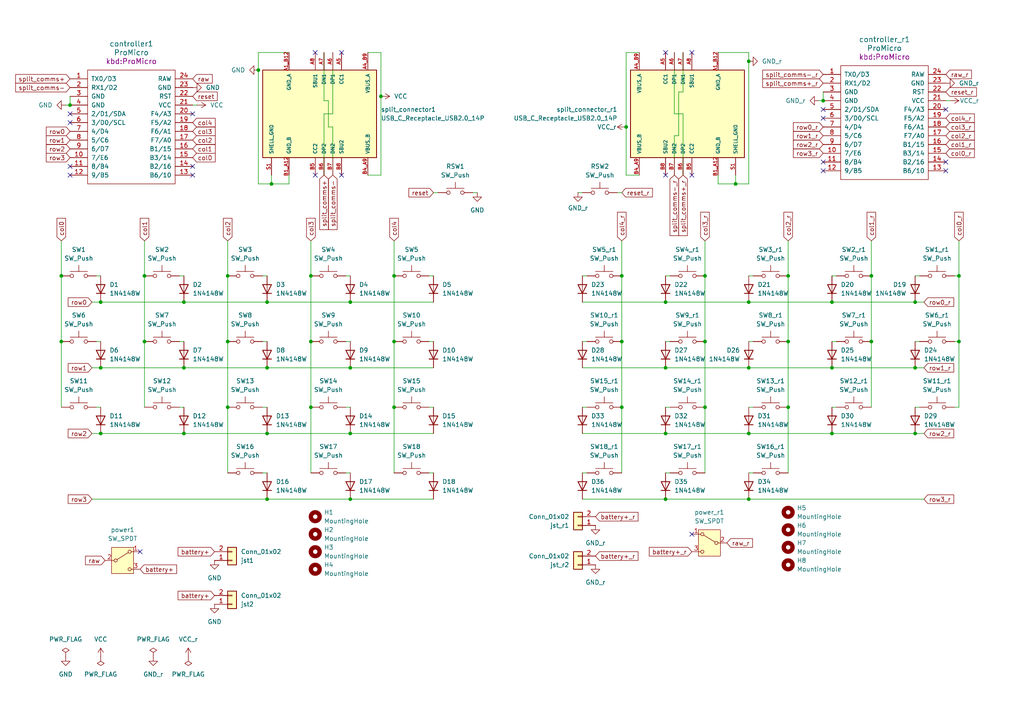
<source format=kicad_sch>
(kicad_sch (version 20250114) (generator "eeschema") (generator_version "9.0")
  (paper "A4")
  (junction (at 20.32 30.48))
  (junction (at 217.17 144.78))
  (junction (at 217.17 87.63))
  (junction (at 193.04 125.73))
  (junction (at 252.73 80.01))
  (junction (at 180.34 80.01))
  (junction (at 193.04 144.78))
  (junction (at 78.74 53.34))
  (junction (at 278.13 99.06))
  (junction (at 265.43 125.73))
  (junction (at 217.17 17.78))
  (junction (at 77.47 106.68))
  (junction (at 241.3 87.63))
  (junction (at 53.34 125.73))
  (junction (at 204.47 118.11))
  (junction (at 114.3 80.01))
  (junction (at 90.17 118.11))
  (junction (at 101.6 144.78))
  (junction (at 29.21 106.68))
  (junction (at 110.49 27.94))
  (junction (at 77.47 87.63))
  (junction (at 278.13 80.01))
  (junction (at 74.93 20.32))
  (junction (at 41.91 99.06))
  (junction (at 66.04 118.11))
  (junction (at 193.04 87.63))
  (junction (at 241.3 106.68))
  (junction (at 180.34 99.06))
  (junction (at 204.47 80.01))
  (junction (at 228.6 99.06))
  (junction (at 193.04 106.68))
  (junction (at 17.78 99.06))
  (junction (at 41.91 80.01))
  (junction (at 29.21 125.73))
  (junction (at 180.34 118.11))
  (junction (at 66.04 99.06))
  (junction (at 217.17 106.68))
  (junction (at 101.6 106.68))
  (junction (at 77.47 144.78))
  (junction (at 77.47 125.73))
  (junction (at 252.73 99.06))
  (junction (at 241.3 125.73))
  (junction (at 101.6 87.63))
  (junction (at 228.6 80.01))
  (junction (at 17.78 80.01))
  (junction (at 114.3 118.11))
  (junction (at 228.6 118.11))
  (junction (at 90.17 99.06))
  (junction (at 90.17 80.01))
  (junction (at 181.61 36.83))
  (junction (at 101.6 125.73))
  (junction (at 53.34 87.63))
  (junction (at 204.47 99.06))
  (junction (at 217.17 125.73))
  (junction (at 66.04 80.01))
  (junction (at 213.36 53.34))
  (junction (at 265.43 87.63))
  (junction (at 53.34 106.68))
  (junction (at 114.3 99.06))
  (junction (at 29.21 87.63))
  (junction (at 238.76 29.21))
  (junction (at 265.43 106.68))
  (no_connect (at 91.44 15.24))
  (no_connect (at 99.06 15.24))
  (no_connect (at 20.32 33.02))
  (no_connect (at 193.04 15.24))
  (no_connect (at 238.76 31.75))
  (no_connect (at 193.04 50.8))
  (no_connect (at 274.32 31.75))
  (no_connect (at 238.76 49.53))
  (no_connect (at 200.66 15.24))
  (no_connect (at 274.32 49.53))
  (no_connect (at 55.88 33.02))
  (no_connect (at 20.32 50.8))
  (no_connect (at 55.88 48.26))
  (no_connect (at 238.76 34.29))
  (no_connect (at 40.64 160.02))
  (no_connect (at 200.66 154.94))
  (no_connect (at 274.32 46.99))
  (no_connect (at 91.44 50.8))
  (no_connect (at 200.66 50.8))
  (no_connect (at 99.06 50.8))
  (no_connect (at 20.32 35.56))
  (no_connect (at 238.76 46.99))
  (no_connect (at 55.88 50.8))
  (no_connect (at 20.32 48.26))
  (wire (pts (xy 125.73 118.11) (xy 124.46 118.11)))
  (wire (pts (xy 66.04 80.01) (xy 66.04 99.06)))
  (wire (pts (xy 41.91 80.01) (xy 41.91 99.06)))
  (wire (pts (xy 96.52 36.83) (xy 95.25 36.83)))
  (wire (pts (xy 125.73 137.16) (xy 124.46 137.16)))
  (wire (pts (xy 196.85 39.37) (xy 195.58 39.37)))
  (wire (pts (xy 77.47 106.68) (xy 101.6 106.68)))
  (wire (pts (xy 217.17 106.68) (xy 193.04 106.68)))
  (wire (pts (xy 193.04 144.78) (xy 168.91 144.78)))
  (wire (pts (xy 180.34 99.06) (xy 180.34 118.11)))
  (wire (pts (xy 265.43 118.11) (xy 266.7 118.11)))
  (wire (pts (xy 125.73 99.06) (xy 124.46 99.06)))
  (wire (pts (xy 180.34 55.88) (xy 179.07 55.88)))
  (wire (pts (xy 95.25 36.83) (xy 95.25 29.21)))
  (wire (pts (xy 101.6 87.63) (xy 125.73 87.63)))
  (wire (pts (xy 90.17 80.01) (xy 90.17 99.06)))
  (wire (pts (xy 195.58 39.37) (xy 195.58 50.8)))
  (wire (pts (xy 53.34 87.63) (xy 77.47 87.63)))
  (wire (pts (xy 265.43 87.63) (xy 241.3 87.63)))
  (wire (pts (xy 168.91 118.11) (xy 170.18 118.11)))
  (wire (pts (xy 77.47 99.06) (xy 76.2 99.06)))
  (wire (pts (xy 278.13 99.06) (xy 276.86 99.06)))
  (wire (pts (xy 252.73 69.85) (xy 252.73 80.01)))
  (wire (pts (xy 275.59 29.21) (xy 274.32 29.21)))
  (wire (pts (xy 195.58 15.24) (xy 195.58 33.02)))
  (wire (pts (xy 193.04 99.06) (xy 194.31 99.06)))
  (wire (pts (xy 196.85 26.67) (xy 196.85 39.37)))
  (wire (pts (xy 101.6 118.11) (xy 100.33 118.11)))
  (wire (pts (xy 29.21 118.11) (xy 27.94 118.11)))
  (wire (pts (xy 198.12 26.67) (xy 196.85 26.67)))
  (wire (pts (xy 167.64 55.88) (xy 168.91 55.88)))
  (wire (pts (xy 180.34 118.11) (xy 180.34 137.16)))
  (wire (pts (xy 267.97 144.78) (xy 217.17 144.78)))
  (wire (pts (xy 57.15 30.48) (xy 55.88 30.48)))
  (wire (pts (xy 278.13 80.01) (xy 278.13 99.06)))
  (wire (pts (xy 74.93 15.24) (xy 83.82 15.24)))
  (wire (pts (xy 29.21 106.68) (xy 53.34 106.68)))
  (wire (pts (xy 278.13 69.85) (xy 278.13 80.01)))
  (wire (pts (xy 217.17 15.24) (xy 217.17 17.78)))
  (wire (pts (xy 168.91 80.01) (xy 170.18 80.01)))
  (wire (pts (xy 217.17 99.06) (xy 218.44 99.06)))
  (wire (pts (xy 110.49 15.24) (xy 106.68 15.24)))
  (wire (pts (xy 29.21 125.73) (xy 53.34 125.73)))
  (wire (pts (xy 204.47 69.85) (xy 204.47 80.01)))
  (wire (pts (xy 90.17 99.06) (xy 90.17 118.11)))
  (wire (pts (xy 53.34 80.01) (xy 52.07 80.01)))
  (wire (pts (xy 278.13 80.01) (xy 276.86 80.01)))
  (wire (pts (xy 125.73 55.88) (xy 127 55.88)))
  (wire (pts (xy 278.13 99.06) (xy 278.13 118.11)))
  (wire (pts (xy 26.67 144.78) (xy 77.47 144.78)))
  (wire (pts (xy 267.97 87.63) (xy 265.43 87.63)))
  (wire (pts (xy 93.98 33.02) (xy 96.52 33.02)))
  (wire (pts (xy 208.28 53.34) (xy 208.28 50.8)))
  (wire (pts (xy 77.47 137.16) (xy 76.2 137.16)))
  (wire (pts (xy 29.21 87.63) (xy 53.34 87.63)))
  (wire (pts (xy 19.05 30.48) (xy 20.32 30.48)))
  (wire (pts (xy 41.91 69.85) (xy 41.91 80.01)))
  (wire (pts (xy 193.04 137.16) (xy 194.31 137.16)))
  (wire (pts (xy 101.6 137.16) (xy 100.33 137.16)))
  (wire (pts (xy 217.17 125.73) (xy 193.04 125.73)))
  (wire (pts (xy 29.21 99.06) (xy 27.94 99.06)))
  (wire (pts (xy 278.13 118.11) (xy 276.86 118.11)))
  (wire (pts (xy 265.43 106.68) (xy 241.3 106.68)))
  (wire (pts (xy 53.34 125.73) (xy 77.47 125.73)))
  (wire (pts (xy 66.04 99.06) (xy 66.04 118.11)))
  (wire (pts (xy 168.91 99.06) (xy 170.18 99.06)))
  (wire (pts (xy 101.6 144.78) (xy 125.73 144.78)))
  (wire (pts (xy 193.04 87.63) (xy 168.91 87.63)))
  (wire (pts (xy 66.04 69.85) (xy 66.04 80.01)))
  (wire (pts (xy 74.93 20.32) (xy 74.93 53.34)))
  (wire (pts (xy 204.47 80.01) (xy 204.47 99.06)))
  (wire (pts (xy 53.34 118.11) (xy 52.07 118.11)))
  (wire (pts (xy 77.47 144.78) (xy 101.6 144.78)))
  (wire (pts (xy 41.91 99.06) (xy 41.91 118.11)))
  (wire (pts (xy 181.61 15.24) (xy 185.42 15.24)))
  (wire (pts (xy 74.93 53.34) (xy 78.74 53.34)))
  (wire (pts (xy 53.34 99.06) (xy 52.07 99.06)))
  (wire (pts (xy 114.3 80.01) (xy 114.3 99.06)))
  (wire (pts (xy 241.3 118.11) (xy 242.57 118.11)))
  (wire (pts (xy 90.17 118.11) (xy 90.17 137.16)))
  (wire (pts (xy 241.3 125.73) (xy 217.17 125.73)))
  (wire (pts (xy 96.52 50.8) (xy 96.52 36.83)))
  (wire (pts (xy 198.12 33.02) (xy 195.58 33.02)))
  (wire (pts (xy 252.73 99.06) (xy 252.73 118.11)))
  (wire (pts (xy 77.47 125.73) (xy 101.6 125.73)))
  (wire (pts (xy 198.12 15.24) (xy 198.12 26.67)))
  (wire (pts (xy 78.74 50.8) (xy 78.74 53.34)))
  (wire (pts (xy 181.61 50.8) (xy 185.42 50.8)))
  (wire (pts (xy 217.17 137.16) (xy 218.44 137.16)))
  (wire (pts (xy 77.47 87.63) (xy 101.6 87.63)))
  (wire (pts (xy 66.04 118.11) (xy 66.04 137.16)))
  (wire (pts (xy 26.67 125.73) (xy 29.21 125.73)))
  (wire (pts (xy 267.97 106.68) (xy 265.43 106.68)))
  (wire (pts (xy 228.6 99.06) (xy 228.6 118.11)))
  (wire (pts (xy 74.93 15.24) (xy 74.93 20.32)))
  (wire (pts (xy 241.3 106.68) (xy 217.17 106.68)))
  (wire (pts (xy 238.76 26.67) (xy 238.76 29.21)))
  (wire (pts (xy 78.74 53.34) (xy 83.82 53.34)))
  (wire (pts (xy 217.17 144.78) (xy 193.04 144.78)))
  (wire (pts (xy 252.73 80.01) (xy 252.73 99.06)))
  (wire (pts (xy 96.52 15.24) (xy 96.52 33.02)))
  (wire (pts (xy 228.6 69.85) (xy 228.6 80.01)))
  (wire (pts (xy 17.78 99.06) (xy 17.78 118.11)))
  (wire (pts (xy 168.91 137.16) (xy 170.18 137.16)))
  (wire (pts (xy 208.28 53.34) (xy 213.36 53.34)))
  (wire (pts (xy 265.43 125.73) (xy 241.3 125.73)))
  (wire (pts (xy 193.04 118.11) (xy 194.31 118.11)))
  (wire (pts (xy 193.04 80.01) (xy 194.31 80.01)))
  (wire (pts (xy 213.36 53.34) (xy 217.17 53.34)))
  (wire (pts (xy 20.32 27.94) (xy 20.32 30.48)))
  (wire (pts (xy 217.17 15.24) (xy 208.28 15.24)))
  (wire (pts (xy 181.61 15.24) (xy 181.61 36.83)))
  (wire (pts (xy 125.73 80.01) (xy 124.46 80.01)))
  (wire (pts (xy 213.36 50.8) (xy 213.36 53.34)))
  (wire (pts (xy 110.49 15.24) (xy 110.49 27.94)))
  (wire (pts (xy 101.6 99.06) (xy 100.33 99.06)))
  (wire (pts (xy 26.67 106.68) (xy 29.21 106.68)))
  (wire (pts (xy 95.25 29.21) (xy 93.98 29.21)))
  (wire (pts (xy 114.3 69.85) (xy 114.3 80.01)))
  (wire (pts (xy 193.04 125.73) (xy 168.91 125.73)))
  (wire (pts (xy 101.6 125.73) (xy 125.73 125.73)))
  (wire (pts (xy 110.49 27.94) (xy 110.49 50.8)))
  (wire (pts (xy 17.78 69.85) (xy 17.78 80.01)))
  (wire (pts (xy 267.97 125.73) (xy 265.43 125.73)))
  (wire (pts (xy 17.78 80.01) (xy 17.78 99.06)))
  (wire (pts (xy 29.21 80.01) (xy 27.94 80.01)))
  (wire (pts (xy 180.34 69.85) (xy 180.34 80.01)))
  (wire (pts (xy 180.34 80.01) (xy 180.34 99.06)))
  (wire (pts (xy 241.3 87.63) (xy 217.17 87.63)))
  (wire (pts (xy 77.47 80.01) (xy 76.2 80.01)))
  (wire (pts (xy 198.12 50.8) (xy 198.12 33.02)))
  (wire (pts (xy 204.47 118.11) (xy 204.47 137.16)))
  (wire (pts (xy 93.98 15.24) (xy 93.98 29.21)))
  (wire (pts (xy 181.61 36.83) (xy 181.61 50.8)))
  (wire (pts (xy 53.34 106.68) (xy 77.47 106.68)))
  (wire (pts (xy 26.67 87.63) (xy 29.21 87.63)))
  (wire (pts (xy 101.6 80.01) (xy 100.33 80.01)))
  (wire (pts (xy 217.17 80.01) (xy 218.44 80.01)))
  (wire (pts (xy 77.47 118.11) (xy 76.2 118.11)))
  (wire (pts (xy 110.49 50.8) (xy 106.68 50.8)))
  (wire (pts (xy 228.6 80.01) (xy 228.6 99.06)))
  (wire (pts (xy 217.17 17.78) (xy 217.17 53.34)))
  (wire (pts (xy 217.17 118.11) (xy 218.44 118.11)))
  (wire (pts (xy 265.43 99.06) (xy 266.7 99.06)))
  (wire (pts (xy 265.43 80.01) (xy 266.7 80.01)))
  (wire (pts (xy 93.98 50.8) (xy 93.98 33.02)))
  (wire (pts (xy 204.47 99.06) (xy 204.47 118.11)))
  (wire (pts (xy 101.6 106.68) (xy 125.73 106.68)))
  (wire (pts (xy 114.3 99.06) (xy 114.3 118.11)))
  (wire (pts (xy 193.04 106.68) (xy 168.91 106.68)))
  (wire (pts (xy 114.3 118.11) (xy 114.3 137.16)))
  (wire (pts (xy 228.6 118.11) (xy 228.6 137.16)))
  (wire (pts (xy 237.49 29.21) (xy 238.76 29.21)))
  (wire (pts (xy 83.82 53.34) (xy 83.82 50.8)))
  (wire (pts (xy 241.3 80.01) (xy 242.57 80.01)))
  (wire (pts (xy 217.17 87.63) (xy 193.04 87.63)))
  (wire (pts (xy 138.43 55.88) (xy 137.16 55.88)))
  (wire (pts (xy 90.17 69.85) (xy 90.17 80.01)))
  (wire (pts (xy 241.3 99.06) (xy 242.57 99.06)))
  (global_label "row0_r" (shape input) (at 238.76 36.83 180) (property "Intersheetrefs" "${INTERSHEET_REFS}" (effects (hide yes))))
  (global_label "reset_r" (shape input) (at 180.34 55.88 0) (property "Intersheetrefs" "${INTERSHEET_REFS}" (effects (hide yes))))
  (global_label "col2" (shape input) (at 55.88 40.64 0) (property "Intersheetrefs" "${INTERSHEET_REFS}" (effects (hide yes))))
  (global_label "col0" (shape input) (at 55.88 45.72 0) (property "Intersheetrefs" "${INTERSHEET_REFS}" (effects (hide yes))))
  (global_label "col1" (shape input) (at 41.91 69.85 90) (property "Intersheetrefs" "${INTERSHEET_REFS}" (effects (hide yes))))
  (global_label "split_comms-" (shape input) (at 96.52 50.8 270) (property "Intersheetrefs" "${INTERSHEET_REFS}" (effects (hide yes))))
  (global_label "col3" (shape input) (at 55.88 38.1 0) (property "Intersheetrefs" "${INTERSHEET_REFS}" (effects (hide yes))))
  (global_label "col0_r" (shape input) (at 278.13 69.85 90) (property "Intersheetrefs" "${INTERSHEET_REFS}" (effects (hide yes))))
  (global_label "battery+_r" (shape input) (at 172.72 149.86 0) (property "Intersheetrefs" "${INTERSHEET_REFS}" (effects (hide yes))))
  (global_label "row3_r" (shape input) (at 238.76 44.45 180) (property "Intersheetrefs" "${INTERSHEET_REFS}" (effects (hide yes))))
  (global_label "raw" (shape input) (at 30.48 162.56 180) (property "Intersheetrefs" "${INTERSHEET_REFS}" (effects (hide yes))))
  (global_label "split_comms+" (shape input) (at 20.32 22.86 180) (property "Intersheetrefs" "${INTERSHEET_REFS}" (effects (hide yes))))
  (global_label "row1_r" (shape input) (at 238.76 39.37 180) (property "Intersheetrefs" "${INTERSHEET_REFS}" (effects (hide yes))))
  (global_label "col0" (shape input) (at 17.78 69.85 90) (property "Intersheetrefs" "${INTERSHEET_REFS}" (effects (hide yes))))
  (global_label "col2_r" (shape input) (at 274.32 39.37 0) (property "Intersheetrefs" "${INTERSHEET_REFS}" (effects (hide yes))))
  (global_label "col2_r" (shape input) (at 228.6 69.85 90) (property "Intersheetrefs" "${INTERSHEET_REFS}" (effects (hide yes))))
  (global_label "battery+_r" (shape input) (at 172.72 161.29 0) (property "Intersheetrefs" "${INTERSHEET_REFS}" (effects (hide yes))))
  (global_label "col3_r" (shape input) (at 204.47 69.85 90) (property "Intersheetrefs" "${INTERSHEET_REFS}" (effects (hide yes))))
  (global_label "split_comms+_r" (shape input) (at 238.76 24.13 180) (property "Intersheetrefs" "${INTERSHEET_REFS}" (effects (hide yes))))
  (global_label "row0" (shape input) (at 20.32 38.1 180) (property "Intersheetrefs" "${INTERSHEET_REFS}" (effects (hide yes))))
  (global_label "col4" (shape input) (at 114.3 69.85 90) (property "Intersheetrefs" "${INTERSHEET_REFS}" (effects (hide yes))))
  (global_label "row2" (shape input) (at 26.67 125.73 180) (property "Intersheetrefs" "${INTERSHEET_REFS}" (effects (hide yes))))
  (global_label "row3_r" (shape input) (at 267.97 144.78 0) (property "Intersheetrefs" "${INTERSHEET_REFS}" (effects (hide yes))))
  (global_label "reset" (shape input) (at 55.88 27.94 0) (property "Intersheetrefs" "${INTERSHEET_REFS}" (effects (hide yes))))
  (global_label "reset_r" (shape input) (at 274.32 26.67 0) (property "Intersheetrefs" "${INTERSHEET_REFS}" (effects (hide yes))))
  (global_label "row0" (shape input) (at 26.67 87.63 180) (property "Intersheetrefs" "${INTERSHEET_REFS}" (effects (hide yes))))
  (global_label "col1" (shape input) (at 55.88 43.18 0) (property "Intersheetrefs" "${INTERSHEET_REFS}" (effects (hide yes))))
  (global_label "battery+_r" (shape input) (at 200.66 160.02 180) (property "Intersheetrefs" "${INTERSHEET_REFS}" (effects (hide yes))))
  (global_label "row2_r" (shape input) (at 267.97 125.73 0) (property "Intersheetrefs" "${INTERSHEET_REFS}" (effects (hide yes))))
  (global_label "raw_r" (shape input) (at 210.82 157.48 0) (property "Intersheetrefs" "${INTERSHEET_REFS}" (effects (hide yes))))
  (global_label "col0_r" (shape input) (at 274.32 44.45 0) (property "Intersheetrefs" "${INTERSHEET_REFS}" (effects (hide yes))))
  (global_label "split_comms+" (shape input) (at 93.98 50.8 270) (property "Intersheetrefs" "${INTERSHEET_REFS}" (effects (hide yes))))
  (global_label "row2_r" (shape input) (at 238.76 41.91 180) (property "Intersheetrefs" "${INTERSHEET_REFS}" (effects (hide yes))))
  (global_label "split_comms-" (shape input) (at 20.32 25.4 180) (property "Intersheetrefs" "${INTERSHEET_REFS}" (effects (hide yes))))
  (global_label "col2" (shape input) (at 66.04 69.85 90) (property "Intersheetrefs" "${INTERSHEET_REFS}" (effects (hide yes))))
  (global_label "row3" (shape input) (at 20.32 45.72 180) (property "Intersheetrefs" "${INTERSHEET_REFS}" (effects (hide yes))))
  (global_label "col4_r" (shape input) (at 180.34 69.85 90) (property "Intersheetrefs" "${INTERSHEET_REFS}" (effects (hide yes))))
  (global_label "col3" (shape input) (at 90.17 69.85 90) (property "Intersheetrefs" "${INTERSHEET_REFS}" (effects (hide yes))))
  (global_label "col1_r" (shape input) (at 274.32 41.91 0) (property "Intersheetrefs" "${INTERSHEET_REFS}" (effects (hide yes))))
  (global_label "split_comms-_r" (shape input) (at 195.58 50.8 270) (property "Intersheetrefs" "${INTERSHEET_REFS}" (effects (hide yes))))
  (global_label "battery+" (shape input) (at 62.23 172.72 180) (property "Intersheetrefs" "${INTERSHEET_REFS}" (effects (hide yes))))
  (global_label "split_comms-_r" (shape input) (at 238.76 21.59 180) (property "Intersheetrefs" "${INTERSHEET_REFS}" (effects (hide yes))))
  (global_label "row1_r" (shape input) (at 267.97 106.68 0) (property "Intersheetrefs" "${INTERSHEET_REFS}" (effects (hide yes))))
  (global_label "row2" (shape input) (at 20.32 43.18 180) (property "Intersheetrefs" "${INTERSHEET_REFS}" (effects (hide yes))))
  (global_label "reset" (shape input) (at 125.73 55.88 180) (property "Intersheetrefs" "${INTERSHEET_REFS}" (effects (hide yes))))
  (global_label "raw" (shape input) (at 55.88 22.86 0) (property "Intersheetrefs" "${INTERSHEET_REFS}" (effects (hide yes))))
  (global_label "col4_r" (shape input) (at 274.32 34.29 0) (property "Intersheetrefs" "${INTERSHEET_REFS}" (effects (hide yes))))
  (global_label "battery+" (shape input) (at 40.64 165.1 0) (property "Intersheetrefs" "${INTERSHEET_REFS}" (effects (hide yes))))
  (global_label "split_comms+_r" (shape input) (at 198.12 50.8 270) (property "Intersheetrefs" "${INTERSHEET_REFS}" (effects (hide yes))))
  (global_label "col4" (shape input) (at 55.88 35.56 0) (property "Intersheetrefs" "${INTERSHEET_REFS}" (effects (hide yes))))
  (global_label "raw_r" (shape input) (at 274.32 21.59 0) (property "Intersheetrefs" "${INTERSHEET_REFS}" (effects (hide yes))))
  (global_label "battery+" (shape input) (at 62.23 160.02 180) (property "Intersheetrefs" "${INTERSHEET_REFS}" (effects (hide yes))))
  (global_label "row1" (shape input) (at 26.67 106.68 180) (property "Intersheetrefs" "${INTERSHEET_REFS}" (effects (hide yes))))
  (global_label "col1_r" (shape input) (at 252.73 69.85 90) (property "Intersheetrefs" "${INTERSHEET_REFS}" (effects (hide yes))))
  (global_label "row3" (shape input) (at 26.67 144.78 180) (property "Intersheetrefs" "${INTERSHEET_REFS}" (effects (hide yes))))
  (global_label "row0_r" (shape input) (at 267.97 87.63 0) (property "Intersheetrefs" "${INTERSHEET_REFS}" (effects (hide yes))))
  (global_label "row1" (shape input) (at 20.32 40.64 180) (property "Intersheetrefs" "${INTERSHEET_REFS}" (effects (hide yes))))
  (global_label "col3_r" (shape input) (at 274.32 36.83 0) (property "Intersheetrefs" "${INTERSHEET_REFS}" (effects (hide yes))))
  (symbol (lib_id "Switch:SW_Push") (at 95.25 99.06 0) (unit 1)
    (property "Reference" "SW9" (at 95.25 91.44 0))
    (property "Value" "SW_Push" (at 95.25 93.98 0))
    (property "Footprint" "Gateron_KS33_Hotswap:Gateron-KS33-Hotswap-1U" (effects (hide yes)))
    (property "Description" "Push button switch, generic, two pins" (effects (hide yes)))
  )
  (symbol (lib_id "Switch:SW_Push") (at 22.86 99.06 0) (unit 1)
    (property "Reference" "SW6" (at 22.86 91.44 0))
    (property "Value" "SW_Push" (at 22.86 93.98 0))
    (property "Footprint" "Gateron_KS33_Hotswap:Gateron-KS33-Hotswap-1U" (effects (hide yes)))
    (property "Description" "Push button switch, generic, two pins" (effects (hide yes)))
  )
  (symbol (lib_id "Switch:SW_Push") (at 271.78 118.11 0) (mirror y) (unit 1)
    (property "Reference" "SW11_r1" (at 271.78 110.49 0))
    (property "Value" "SW_Push" (at 271.78 113.03 0))
    (property "Footprint" "Gateron_KS33_Hotswap:Gateron-KS33-Hotswap-1U" (effects (hide yes)))
    (property "Description" "Push button switch, generic, two pins" (effects (hide yes)))
  )
  (symbol (lib_id "power:GND") (at 44.45 190.5 0) (unit 1)
    (property "Reference" "#PWR03" (effects (hide yes)))
    (property "Value" "GND_r" (at 44.45 195.58 0))
    (property "Description" "Power symbol creates a global label with name \"GND\" , ground" (effects (hide yes)))
  )
  (symbol (lib_id "Switch:SW_Push") (at 46.99 99.06 0) (unit 1)
    (property "Reference" "SW7" (at 46.99 91.44 0))
    (property "Value" "SW_Push" (at 46.99 93.98 0))
    (property "Footprint" "Gateron_KS33_Hotswap:Gateron-KS33-Hotswap-1U" (effects (hide yes)))
    (property "Description" "Push button switch, generic, two pins" (effects (hide yes)))
  )
  (symbol (lib_id "Connector_Generic:Conn_01x02") (at 167.64 152.4 180) (unit 1)
    (property "Reference" "jst_r1" (at 165.1 152.4001 0) (effects (justify left)))
    (property "Value" "Conn_01x02" (at 165.1 149.8601 0) (effects (justify left)))
    (property "Footprint" "jak:2-pin-jst" (effects (hide yes)))
    (property "Description" "Generic connector, single row, 01x02, script generated (kicad-library-utils/schlib/autogen/connector/)" (effects (hide yes)))
  )
  (symbol (lib_id "Diode:1N4148W") (at 77.47 140.97 90) (unit 1)
    (property "Reference" "D16" (at 80.01 139.6999 90) (effects (justify right)))
    (property "Value" "1N4148W" (at 80.01 142.2399 90) (effects (justify right)))
    (property "Footprint" "Diode_SMD:D_SOD-123" (effects (hide yes)))
    (property "Datasheet" "https://www.vishay.com/docs/85748/1n4148w.pdf" (effects (hide yes)))
    (property "Description" "75V 0.15A Fast Switching Diode, SOD-123" (effects (hide yes)))
    (property "Sim.Device" "D" (effects (hide yes)))
    (property "Sim.Pins" "1=K 2=A" (effects (hide yes)))
  )
  (symbol (lib_id "power:GND") (at 62.23 162.56 0) (unit 1)
    (property "Reference" "#PWR015" (effects (hide yes)))
    (property "Value" "GND" (at 62.23 167.64 0))
    (property "Description" "Power symbol creates a global label with name \"GND\" , ground" (effects (hide yes)))
  )
  (symbol (lib_id "power:PWR_FLAG") (at 29.21 190.5 180) (unit 1)
    (property "Reference" "#FLG02" (effects (hide yes)))
    (property "Value" "PWR_FLAG" (at 29.21 195.58 0))
    (property "Description" "Special symbol for telling ERC where power comes from" (effects (hide yes)))
  )
  (symbol (lib_id "power:GND") (at 74.93 20.32 270) (mirror x) (unit 1)
    (property "Reference" "#PWR05" (effects (hide yes)))
    (property "Value" "GND" (at 71.12 20.3201 90) (effects (justify right)))
    (property "Description" "Power symbol creates a global label with name \"GND\" , ground" (effects (hide yes)))
  )
  (symbol (lib_id "Diode:1N4148W") (at 265.43 121.92 270) (mirror x) (unit 1)
    (property "Reference" "D29" (at 267.97 120.6499 90) (effects (justify left)))
    (property "Value" "1N4148W" (at 267.97 123.1899 90) (effects (justify left)))
    (property "Footprint" "Diode_SMD:D_SOD-123" (effects (hide yes)))
    (property "Datasheet" "https://www.vishay.com/docs/85748/1n4148w.pdf" (effects (hide yes)))
    (property "Description" "75V 0.15A Fast Switching Diode, SOD-123" (effects (hide yes)))
    (property "Sim.Device" "D" (effects (hide yes)))
    (property "Sim.Pins" "1=K 2=A" (effects (hide yes)))
  )
  (symbol (lib_id "Diode:1N4148W") (at 168.91 102.87 270) (mirror x) (unit 1)
    (property "Reference" "D28" (at 171.45 101.5999 90) (effects (justify left)))
    (property "Value" "1N4148W" (at 171.45 104.1399 90) (effects (justify left)))
    (property "Footprint" "Diode_SMD:D_SOD-123" (effects (hide yes)))
    (property "Datasheet" "https://www.vishay.com/docs/85748/1n4148w.pdf" (effects (hide yes)))
    (property "Description" "75V 0.15A Fast Switching Diode, SOD-123" (effects (hide yes)))
    (property "Sim.Device" "D" (effects (hide yes)))
    (property "Sim.Pins" "1=K 2=A" (effects (hide yes)))
  )
  (symbol (lib_id "power:GND") (at 19.05 30.48 270) (unit 1)
    (property "Reference" "#PWR012" (effects (hide yes)))
    (property "Value" "GND" (at 15.24 30.4799 90) (effects (justify right)))
    (property "Description" "Power symbol creates a global label with name \"GND\" , ground" (effects (hide yes)))
  )
  (symbol (lib_id "Switch:SW_Push") (at 199.39 137.16 0) (mirror y) (unit 1)
    (property "Reference" "SW17_r1" (at 199.39 129.54 0))
    (property "Value" "SW_Push" (at 199.39 132.08 0))
    (property "Footprint" "Gateron_KS33_Hotswap:Gateron-KS33-Hotswap-1U" (effects (hide yes)))
    (property "Description" "Push button switch, generic, two pins" (effects (hide yes)))
  )
  (symbol (lib_id "Diode:1N4148W") (at 125.73 102.87 90) (unit 1)
    (property "Reference" "D10" (at 128.27 101.5999 90) (effects (justify right)))
    (property "Value" "1N4148W" (at 128.27 104.1399 90) (effects (justify right)))
    (property "Footprint" "Diode_SMD:D_SOD-123" (effects (hide yes)))
    (property "Datasheet" "https://www.vishay.com/docs/85748/1n4148w.pdf" (effects (hide yes)))
    (property "Description" "75V 0.15A Fast Switching Diode, SOD-123" (effects (hide yes)))
    (property "Sim.Device" "D" (effects (hide yes)))
    (property "Sim.Pins" "1=K 2=A" (effects (hide yes)))
  )
  (symbol (lib_id "USB4505-03-0-A_REVA:USB4505-03-0-A_REVA") (at 93.98 33.02 270) (unit 1)
    (property "Reference" "split_connector1" (at 110.49 31.7499 90) (effects (justify left)))
    (property "Value" "USB_C_Receptacle_USB2.0_14P" (at 110.49 34.2899 90) (effects (justify left)))
    (property "Footprint" "USB4505-03-0-A_REVA:GCT_USB4505-03-0-A_REVA" (effects (hide yes)))
    (property "Datasheet" "https://www.usb.org/sites/default/files/documents/usb_type-c.zip" (effects (hide yes)))
    (property "Description" "USB 2.0-only 14P Type-C Receptacle connector" (effects (hide yes)))
    (property "MF" "Global Connector Technology" (effects (hide yes)))
    (property "MAXIMUM_PACKAGE_HEIGHT" "2.46mm" (effects (hide yes)))
    (property "Package" "None" (effects (hide yes)))
    (property "Price" "None" (effects (hide yes)))
    (property "Check_prices" "https://www.snapeda.com/parts/USB4505-03-0-A/Global+Connector+Technology/view-part/?ref=eda" (effects (hide yes)))
    (property "STANDARD" "Manufacturer Recommendations" (effects (hide yes)))
    (property "PARTREV" "A" (effects (hide yes)))
    (property "SnapEDA_Link" "https://www.snapeda.com/parts/USB4505-03-0-A/Global+Connector+Technology/view-part/?ref=snap" (effects (hide yes)))
    (property "MP" "USB4505-03-0-A" (effects (hide yes)))
    (property "Purchase-URL" "https://www.snapeda.com/api/url_track_click_mouser/?unipart_id=6577103&manufacturer=Global Connector Technology&part_name=USB4505-03-0-A&search_term=usb4505-03-0-a" (effects (hide yes)))
    (property "Description_1" "USB-C (USB TYPE-C) USB 2.0 Receptacle Connector 24 (16+8 Dummy) Position Board Edge, Cutout; Surface Mount; Through Hole, Right Angle" (effects (hide yes)))
    (property "Availability" "In Stock" (effects (hide yes)))
    (property "MANUFACTURER" "GCT" (effects (hide yes)))
  )
  (symbol (lib_id "Diode:1N4148W") (at 125.73 83.82 90) (unit 1)
    (property "Reference" "D5" (at 128.27 82.5499 90) (effects (justify right)))
    (property "Value" "1N4148W" (at 128.27 85.0899 90) (effects (justify right)))
    (property "Footprint" "Diode_SMD:D_SOD-123" (effects (hide yes)))
    (property "Datasheet" "https://www.vishay.com/docs/85748/1n4148w.pdf" (effects (hide yes)))
    (property "Description" "75V 0.15A Fast Switching Diode, SOD-123" (effects (hide yes)))
    (property "Sim.Device" "D" (effects (hide yes)))
    (property "Sim.Pins" "1=K 2=A" (effects (hide yes)))
  )
  (symbol (lib_id "Diode:1N4148W") (at 217.17 102.87 270) (mirror x) (unit 1)
    (property "Reference" "D26" (at 214.63 101.5999 90) (effects (justify right)))
    (property "Value" "1N4148W" (at 214.63 104.1399 90) (effects (justify right)))
    (property "Footprint" "Diode_SMD:D_SOD-123" (effects (hide yes)))
    (property "Datasheet" "https://www.vishay.com/docs/85748/1n4148w.pdf" (effects (hide yes)))
    (property "Description" "75V 0.15A Fast Switching Diode, SOD-123" (effects (hide yes)))
    (property "Sim.Device" "D" (effects (hide yes)))
    (property "Sim.Pins" "1=K 2=A" (effects (hide yes)))
  )
  (symbol (lib_id "Mechanical:MountingHole") (at 91.44 154.94 0) (unit 1) (in_bom no)
    (property "Reference" "H2" (at 93.98 153.6699 0) (effects (justify left)))
    (property "Value" "MountingHole" (at 93.98 156.2099 0) (effects (justify left)))
    (property "Footprint" "MountingHole:MountingHole_3.2mm_M3" (effects (hide yes)))
    (property "Description" "Mounting Hole without connection" (effects (hide yes)))
  )
  (symbol (lib_id "power:GND") (at 274.32 24.13 90) (mirror x) (unit 1)
    (property "Reference" "#PWR020" (effects (hide yes)))
    (property "Value" "GND_r" (at 278.13 24.1299 90) (effects (justify right)))
    (property "Description" "Power symbol creates a global label with name \"GND\" , ground" (effects (hide yes)))
  )
  (symbol (lib_id "Mechanical:MountingHole") (at 228.6 158.75 0) (unit 1) (in_bom no)
    (property "Reference" "H7" (at 231.14 157.4799 0) (effects (justify left)))
    (property "Value" "MountingHole" (at 231.14 160.0199 0) (effects (justify left)))
    (property "Footprint" "MountingHole:MountingHole_3.2mm_M3" (effects (hide yes)))
    (property "Description" "Mounting Hole without connection" (effects (hide yes)))
  )
  (symbol (lib_id "Switch:SW_Push") (at 247.65 80.01 0) (mirror y) (unit 1)
    (property "Reference" "SW2_r1" (at 247.65 72.39 0))
    (property "Value" "SW_Push" (at 247.65 74.93 0))
    (property "Footprint" "Gateron_KS33_Hotswap:Gateron-KS33-Hotswap-1U" (effects (hide yes)))
    (property "Description" "Push button switch, generic, two pins" (effects (hide yes)))
  )
  (symbol (lib_id "Diode:1N4148W") (at 29.21 121.92 90) (unit 1)
    (property "Reference" "D11" (at 31.75 120.6499 90) (effects (justify right)))
    (property "Value" "1N4148W" (at 31.75 123.1899 90) (effects (justify right)))
    (property "Footprint" "Diode_SMD:D_SOD-123" (effects (hide yes)))
    (property "Datasheet" "https://www.vishay.com/docs/85748/1n4148w.pdf" (effects (hide yes)))
    (property "Description" "75V 0.15A Fast Switching Diode, SOD-123" (effects (hide yes)))
    (property "Sim.Device" "D" (effects (hide yes)))
    (property "Sim.Pins" "1=K 2=A" (effects (hide yes)))
  )
  (symbol (lib_id "power:VCC") (at 57.15 30.48 270) (unit 1)
    (property "Reference" "#PWR011" (effects (hide yes)))
    (property "Value" "VCC" (at 60.96 30.4799 90) (effects (justify left)))
    (property "Description" "Power symbol creates a global label with name \"VCC\"" (effects (hide yes)))
  )
  (symbol (lib_id "Switch:SW_Push") (at 119.38 137.16 0) (unit 1)
    (property "Reference" "SW18" (at 119.38 129.54 0))
    (property "Value" "SW_Push" (at 119.38 132.08 0))
    (property "Footprint" "Gateron_KS33_Hotswap:Gateron-KS33-Hotswap-1U" (effects (hide yes)))
    (property "Description" "Push button switch, generic, two pins" (effects (hide yes)))
  )
  (symbol (lib_id "Switch:SW_Push") (at 22.86 118.11 0) (unit 1)
    (property "Reference" "SW11" (at 22.86 110.49 0))
    (property "Value" "SW_Push" (at 22.86 113.03 0))
    (property "Footprint" "Gateron_KS33_Hotswap:Gateron-KS33-Hotswap-1U" (effects (hide yes)))
    (property "Description" "Push button switch, generic, two pins" (effects (hide yes)))
  )
  (symbol (lib_id "power:GND") (at 138.43 55.88 0) (unit 1)
    (property "Reference" "#PWR07" (effects (hide yes)))
    (property "Value" "GND" (at 138.43 60.96 0))
    (property "Description" "Power symbol creates a global label with name \"GND\" , ground" (effects (hide yes)))
  )
  (symbol (lib_id "Diode:1N4148W") (at 193.04 83.82 270) (mirror x) (unit 1)
    (property "Reference" "D22" (at 195.58 82.5499 90) (effects (justify left)))
    (property "Value" "1N4148W" (at 195.58 85.0899 90) (effects (justify left)))
    (property "Footprint" "Diode_SMD:D_SOD-123" (effects (hide yes)))
    (property "Datasheet" "https://www.vishay.com/docs/85748/1n4148w.pdf" (effects (hide yes)))
    (property "Description" "75V 0.15A Fast Switching Diode, SOD-123" (effects (hide yes)))
    (property "Sim.Device" "D" (effects (hide yes)))
    (property "Sim.Pins" "1=K 2=A" (effects (hide yes)))
  )
  (symbol (lib_id "Switch:SW_Push") (at 132.08 55.88 0) (unit 1)
    (property "Reference" "RSW1" (at 132.08 48.26 0))
    (property "Value" "SW_Push" (at 132.08 50.8 0))
    (property "Footprint" "kbd:ResetSW" (effects (hide yes)))
    (property "Description" "Push button switch, generic, two pins" (effects (hide yes)))
  )
  (symbol (lib_id "Diode:1N4148W") (at 29.21 102.87 90) (unit 1)
    (property "Reference" "D6" (at 31.75 101.5999 90) (effects (justify right)))
    (property "Value" "1N4148W" (at 31.75 104.1399 90) (effects (justify right)))
    (property "Footprint" "Diode_SMD:D_SOD-123" (effects (hide yes)))
    (property "Datasheet" "https://www.vishay.com/docs/85748/1n4148w.pdf" (effects (hide yes)))
    (property "Description" "75V 0.15A Fast Switching Diode, SOD-123" (effects (hide yes)))
    (property "Sim.Device" "D" (effects (hide yes)))
    (property "Sim.Pins" "1=K 2=A" (effects (hide yes)))
  )
  (symbol (lib_id "Diode:1N4148W") (at 53.34 102.87 90) (unit 1)
    (property "Reference" "D7" (at 55.88 101.5999 90) (effects (justify right)))
    (property "Value" "1N4148W" (at 55.88 104.1399 90) (effects (justify right)))
    (property "Footprint" "Diode_SMD:D_SOD-123" (effects (hide yes)))
    (property "Datasheet" "https://www.vishay.com/docs/85748/1n4148w.pdf" (effects (hide yes)))
    (property "Description" "75V 0.15A Fast Switching Diode, SOD-123" (effects (hide yes)))
    (property "Sim.Device" "D" (effects (hide yes)))
    (property "Sim.Pins" "1=K 2=A" (effects (hide yes)))
  )
  (symbol (lib_id "Diode:1N4148W") (at 241.3 102.87 270) (mirror x) (unit 1)
    (property "Reference" "D25" (at 243.84 101.5999 90) (effects (justify left)))
    (property "Value" "1N4148W" (at 243.84 104.1399 90) (effects (justify left)))
    (property "Footprint" "Diode_SMD:D_SOD-123" (effects (hide yes)))
    (property "Datasheet" "https://www.vishay.com/docs/85748/1n4148w.pdf" (effects (hide yes)))
    (property "Description" "75V 0.15A Fast Switching Diode, SOD-123" (effects (hide yes)))
    (property "Sim.Device" "D" (effects (hide yes)))
    (property "Sim.Pins" "1=K 2=A" (effects (hide yes)))
  )
  (symbol (lib_id "Switch:SW_Push") (at 175.26 137.16 0) (mirror y) (unit 1)
    (property "Reference" "SW18_r1" (at 175.26 129.54 0))
    (property "Value" "SW_Push" (at 175.26 132.08 0))
    (property "Footprint" "Gateron_KS33_Hotswap:Gateron-KS33-Hotswap-1U" (effects (hide yes)))
    (property "Description" "Push button switch, generic, two pins" (effects (hide yes)))
  )
  (symbol (lib_id "Diode:1N4148W") (at 217.17 140.97 270) (mirror x) (unit 1)
    (property "Reference" "D34" (at 219.71 139.6999 90) (effects (justify left)))
    (property "Value" "1N4148W" (at 219.71 142.2399 90) (effects (justify left)))
    (property "Footprint" "Diode_SMD:D_SOD-123" (effects (hide yes)))
    (property "Datasheet" "https://www.vishay.com/docs/85748/1n4148w.pdf" (effects (hide yes)))
    (property "Description" "75V 0.15A Fast Switching Diode, SOD-123" (effects (hide yes)))
    (property "Sim.Device" "D" (effects (hide yes)))
    (property "Sim.Pins" "1=K 2=A" (effects (hide yes)))
  )
  (symbol (lib_id "power:PWR_FLAG") (at 44.45 190.5 0) (unit 1)
    (property "Reference" "#FLG03" (effects (hide yes)))
    (property "Value" "PWR_FLAG" (at 44.45 185.42 0))
    (property "Description" "Special symbol for telling ERC where power comes from" (effects (hide yes)))
  )
  (symbol (lib_id "power:VCC") (at 29.21 190.5 0) (unit 1)
    (property "Reference" "#PWR02" (effects (hide yes)))
    (property "Value" "VCC" (at 29.21 185.42 0))
    (property "Description" "Power symbol creates a global label with name \"VCC\"" (effects (hide yes)))
  )
  (symbol (lib_id "Diode:1N4148W") (at 217.17 121.92 270) (mirror x) (unit 1)
    (property "Reference" "D31" (at 219.71 120.6499 90) (effects (justify left)))
    (property "Value" "1N4148W" (at 219.71 123.1899 90) (effects (justify left)))
    (property "Footprint" "Diode_SMD:D_SOD-123" (effects (hide yes)))
    (property "Datasheet" "https://www.vishay.com/docs/85748/1n4148w.pdf" (effects (hide yes)))
    (property "Description" "75V 0.15A Fast Switching Diode, SOD-123" (effects (hide yes)))
    (property "Sim.Device" "D" (effects (hide yes)))
    (property "Sim.Pins" "1=K 2=A" (effects (hide yes)))
  )
  (symbol (lib_id "Switch:SW_Push") (at 173.99 55.88 0) (unit 1)
    (property "Reference" "RSW2" (at 173.99 48.26 0))
    (property "Value" "SW_Push" (at 173.99 50.8 0))
    (property "Footprint" "kbd:ResetSW" (effects (hide yes)))
    (property "Description" "Push button switch, generic, two pins" (effects (hide yes)))
  )
  (symbol (lib_id "Switch:SW_Push") (at 175.26 80.01 0) (mirror y) (unit 1)
    (property "Reference" "SW5_r1" (at 175.26 72.39 0))
    (property "Value" "SW_Push" (at 175.26 74.93 0))
    (property "Footprint" "Gateron_KS33_Hotswap:Gateron-KS33-Hotswap-1U" (effects (hide yes)))
    (property "Description" "Push button switch, generic, two pins" (effects (hide yes)))
  )
  (symbol (lib_id "Diode:1N4148W") (at 125.73 121.92 90) (unit 1)
    (property "Reference" "D15" (at 128.27 120.6499 90) (effects (justify right)))
    (property "Value" "1N4148W" (at 128.27 123.1899 90) (effects (justify right)))
    (property "Footprint" "Diode_SMD:D_SOD-123" (effects (hide yes)))
    (property "Datasheet" "https://www.vishay.com/docs/85748/1n4148w.pdf" (effects (hide yes)))
    (property "Description" "75V 0.15A Fast Switching Diode, SOD-123" (effects (hide yes)))
    (property "Sim.Device" "D" (effects (hide yes)))
    (property "Sim.Pins" "1=K 2=A" (effects (hide yes)))
  )
  (symbol (lib_id "power:GND") (at 167.64 55.88 0) (unit 1)
    (property "Reference" "#PWR08" (effects (hide yes)))
    (property "Value" "GND_r" (at 167.64 60.325 0))
    (property "Description" "Power symbol creates a global label with name \"GND\" , ground" (effects (hide yes)))
  )
  (symbol (lib_id "power:GND") (at 237.49 29.21 270) (unit 1)
    (property "Reference" "#PWR013" (effects (hide yes)))
    (property "Value" "GND_r" (at 233.68 29.2099 90) (effects (justify right)))
    (property "Description" "Power symbol creates a global label with name \"GND\" , ground" (effects (hide yes)))
  )
  (symbol (lib_id "Switch:SW_Push") (at 223.52 118.11 0) (mirror y) (unit 1)
    (property "Reference" "SW13_r1" (at 223.52 110.49 0))
    (property "Value" "SW_Push" (at 223.52 113.03 0))
    (property "Footprint" "Gateron_KS33_Hotswap:Gateron-KS33-Hotswap-1U" (effects (hide yes)))
    (property "Description" "Push button switch, generic, two pins" (effects (hide yes)))
  )
  (symbol (lib_id "power:GND") (at 172.72 163.83 0) (unit 1)
    (property "Reference" "#PWR017" (effects (hide yes)))
    (property "Value" "GND_r" (at 172.72 168.91 0))
    (property "Description" "Power symbol creates a global label with name \"GND\" , ground" (effects (hide yes)))
  )
  (symbol (lib_id "power:GND") (at 217.17 17.78 90) (unit 1)
    (property "Reference" "#PWR09" (effects (hide yes)))
    (property "Value" "GND_r" (at 220.98 17.7799 90) (effects (justify right)))
    (property "Description" "Power symbol creates a global label with name \"GND\" , ground" (effects (hide yes)))
  )
  (symbol (lib_id "Diode:1N4148W") (at 125.73 140.97 90) (unit 1)
    (property "Reference" "D18" (at 128.27 139.6999 90) (effects (justify right)))
    (property "Value" "1N4148W" (at 128.27 142.2399 90) (effects (justify right)))
    (property "Footprint" "Diode_SMD:D_SOD-123" (effects (hide yes)))
    (property "Datasheet" "https://www.vishay.com/docs/85748/1n4148w.pdf" (effects (hide yes)))
    (property "Description" "75V 0.15A Fast Switching Diode, SOD-123" (effects (hide yes)))
    (property "Sim.Device" "D" (effects (hide yes)))
    (property "Sim.Pins" "1=K 2=A" (effects (hide yes)))
  )
  (symbol (lib_id "power:VCC") (at 110.49 27.94 270) (unit 1)
    (property "Reference" "#PWR06" (effects (hide yes)))
    (property "Value" "VCC" (at 114.3 27.9399 90) (effects (justify left)))
    (property "Description" "Power symbol creates a global label with name \"VCC\"" (effects (hide yes)))
  )
  (symbol (lib_id "Diode:1N4148W") (at 168.91 83.82 270) (mirror x) (unit 1)
    (property "Reference" "D23" (at 171.45 82.5499 90) (effects (justify left)))
    (property "Value" "1N4148W" (at 171.45 85.0899 90) (effects (justify left)))
    (property "Footprint" "Diode_SMD:D_SOD-123" (effects (hide yes)))
    (property "Datasheet" "https://www.vishay.com/docs/85748/1n4148w.pdf" (effects (hide yes)))
    (property "Description" "75V 0.15A Fast Switching Diode, SOD-123" (effects (hide yes)))
    (property "Sim.Device" "D" (effects (hide yes)))
    (property "Sim.Pins" "1=K 2=A" (effects (hide yes)))
  )
  (symbol (lib_id "Diode:1N4148W") (at 101.6 140.97 90) (unit 1)
    (property "Reference" "D17" (at 104.14 139.6999 90) (effects (justify right)))
    (property "Value" "1N4148W" (at 104.14 142.2399 90) (effects (justify right)))
    (property "Footprint" "Diode_SMD:D_SOD-123" (effects (hide yes)))
    (property "Datasheet" "https://www.vishay.com/docs/85748/1n4148w.pdf" (effects (hide yes)))
    (property "Description" "75V 0.15A Fast Switching Diode, SOD-123" (effects (hide yes)))
    (property "Sim.Device" "D" (effects (hide yes)))
    (property "Sim.Pins" "1=K 2=A" (effects (hide yes)))
  )
  (symbol (lib_id "Diode:1N4148W") (at 168.91 140.97 270) (mirror x) (unit 1)
    (property "Reference" "D36" (at 171.45 139.6999 90) (effects (justify left)))
    (property "Value" "1N4148W" (at 171.45 142.2399 90) (effects (justify left)))
    (property "Footprint" "Diode_SMD:D_SOD-123" (effects (hide yes)))
    (property "Datasheet" "https://www.vishay.com/docs/85748/1n4148w.pdf" (effects (hide yes)))
    (property "Description" "75V 0.15A Fast Switching Diode, SOD-123" (effects (hide yes)))
    (property "Sim.Device" "D" (effects (hide yes)))
    (property "Sim.Pins" "1=K 2=A" (effects (hide yes)))
  )
  (symbol (lib_id "Switch:SW_Push") (at 95.25 118.11 0) (unit 1)
    (property "Reference" "SW14" (at 95.25 110.49 0))
    (property "Value" "SW_Push" (at 95.25 113.03 0))
    (property "Footprint" "Gateron_KS33_Hotswap:Gateron-KS33-Hotswap-1U" (effects (hide yes)))
    (property "Description" "Push button switch, generic, two pins" (effects (hide yes)))
  )
  (symbol (lib_id "Diode:1N4148W") (at 77.47 102.87 90) (unit 1)
    (property "Reference" "D8" (at 80.01 101.5999 90) (effects (justify right)))
    (property "Value" "1N4148W" (at 80.01 104.1399 90) (effects (justify right)))
    (property "Footprint" "Diode_SMD:D_SOD-123" (effects (hide yes)))
    (property "Datasheet" "https://www.vishay.com/docs/85748/1n4148w.pdf" (effects (hide yes)))
    (property "Description" "75V 0.15A Fast Switching Diode, SOD-123" (effects (hide yes)))
    (property "Sim.Device" "D" (effects (hide yes)))
    (property "Sim.Pins" "1=K 2=A" (effects (hide yes)))
  )
  (symbol (lib_id "Switch:SW_Push") (at 95.25 137.16 0) (unit 1)
    (property "Reference" "SW17" (at 95.25 129.54 0))
    (property "Value" "SW_Push" (at 95.25 132.08 0))
    (property "Footprint" "Gateron_KS33_Hotswap:Gateron-KS33-Hotswap-1U" (effects (hide yes)))
    (property "Description" "Push button switch, generic, two pins" (effects (hide yes)))
  )
  (symbol (lib_id "Switch:SW_Push") (at 223.52 99.06 0) (mirror y) (unit 1)
    (property "Reference" "SW8_r1" (at 223.52 91.44 0))
    (property "Value" "SW_Push" (at 223.52 93.98 0))
    (property "Footprint" "Gateron_KS33_Hotswap:Gateron-KS33-Hotswap-1U" (effects (hide yes)))
    (property "Description" "Push button switch, generic, two pins" (effects (hide yes)))
  )
  (symbol (lib_id "Switch:SW_Push") (at 199.39 118.11 0) (mirror y) (unit 1)
    (property "Reference" "SW14_r1" (at 199.39 110.49 0))
    (property "Value" "SW_Push" (at 199.39 113.03 0))
    (property "Footprint" "Gateron_KS33_Hotswap:Gateron-KS33-Hotswap-1U" (effects (hide yes)))
    (property "Description" "Push button switch, generic, two pins" (effects (hide yes)))
  )
  (symbol (lib_id "kbd:ProMicro") (at 38.1 36.83 0) (unit 1)
    (property "Reference" "controller1" (at 38.1 12.7 0) (effects (font (size 1.524 1.524))))
    (property "Value" "ProMicro" (at 38.1 15.24 0) (effects (font (size 1.524 1.524))))
    (property "Footprint" "kbd:ProMicro" (at 38.1 17.78 0) (effects (font (size 1.524 1.524))))
  )
  (symbol (lib_id "Switch:SW_Push") (at 71.12 118.11 0) (unit 1)
    (property "Reference" "SW13" (at 71.12 110.49 0))
    (property "Value" "SW_Push" (at 71.12 113.03 0))
    (property "Footprint" "Gateron_KS33_Hotswap:Gateron-KS33-Hotswap-1U" (effects (hide yes)))
    (property "Description" "Push button switch, generic, two pins" (effects (hide yes)))
  )
  (symbol (lib_id "Diode:1N4148W") (at 29.21 83.82 90) (unit 1)
    (property "Reference" "D1" (at 31.75 82.5499 90) (effects (justify right)))
    (property "Value" "1N4148W" (at 31.75 85.0899 90) (effects (justify right)))
    (property "Footprint" "Diode_SMD:D_SOD-123" (effects (hide yes)))
    (property "Datasheet" "https://www.vishay.com/docs/85748/1n4148w.pdf" (effects (hide yes)))
    (property "Description" "75V 0.15A Fast Switching Diode, SOD-123" (effects (hide yes)))
    (property "Sim.Device" "D" (effects (hide yes)))
    (property "Sim.Pins" "1=K 2=A" (effects (hide yes)))
  )
  (symbol (lib_id "Diode:1N4148W") (at 77.47 83.82 90) (unit 1)
    (property "Reference" "D3" (at 80.01 82.5499 90) (effects (justify right)))
    (property "Value" "1N4148W" (at 80.01 85.0899 90) (effects (justify right)))
    (property "Footprint" "Diode_SMD:D_SOD-123" (effects (hide yes)))
    (property "Datasheet" "https://www.vishay.com/docs/85748/1n4148w.pdf" (effects (hide yes)))
    (property "Description" "75V 0.15A Fast Switching Diode, SOD-123" (effects (hide yes)))
    (property "Sim.Device" "D" (effects (hide yes)))
    (property "Sim.Pins" "1=K 2=A" (effects (hide yes)))
  )
  (symbol (lib_id "Diode:1N4148W") (at 77.47 121.92 90) (unit 1)
    (property "Reference" "D13" (at 80.01 120.6499 90) (effects (justify right)))
    (property "Value" "1N4148W" (at 80.01 123.1899 90) (effects (justify right)))
    (property "Footprint" "Diode_SMD:D_SOD-123" (effects (hide yes)))
    (property "Datasheet" "https://www.vishay.com/docs/85748/1n4148w.pdf" (effects (hide yes)))
    (property "Description" "75V 0.15A Fast Switching Diode, SOD-123" (effects (hide yes)))
    (property "Sim.Device" "D" (effects (hide yes)))
    (property "Sim.Pins" "1=K 2=A" (effects (hide yes)))
  )
  (symbol (lib_id "Diode:1N4148W") (at 241.3 121.92 270) (mirror x) (unit 1)
    (property "Reference" "D30" (at 243.84 120.6499 90) (effects (justify left)))
    (property "Value" "1N4148W" (at 243.84 123.1899 90) (effects (justify left)))
    (property "Footprint" "Diode_SMD:D_SOD-123" (effects (hide yes)))
    (property "Datasheet" "https://www.vishay.com/docs/85748/1n4148w.pdf" (effects (hide yes)))
    (property "Description" "75V 0.15A Fast Switching Diode, SOD-123" (effects (hide yes)))
    (property "Sim.Device" "D" (effects (hide yes)))
    (property "Sim.Pins" "1=K 2=A" (effects (hide yes)))
  )
  (symbol (lib_id "Mechanical:MountingHole") (at 228.6 148.59 0) (unit 1) (in_bom no)
    (property "Reference" "H5" (at 231.14 147.3199 0) (effects (justify left)))
    (property "Value" "MountingHole" (at 231.14 149.8599 0) (effects (justify left)))
    (property "Footprint" "MountingHole:MountingHole_3.2mm_M3" (effects (hide yes)))
    (property "Description" "Mounting Hole without connection" (effects (hide yes)))
  )
  (symbol (lib_id "power:GND") (at 172.72 152.4 0) (unit 1)
    (property "Reference" "#PWR018" (effects (hide yes)))
    (property "Value" "GND_r" (at 172.72 157.48 0))
    (property "Description" "Power symbol creates a global label with name \"GND\" , ground" (effects (hide yes)))
  )
  (symbol (lib_id "Switch:SW_SPDT") (at 205.74 157.48 0) (mirror y) (unit 1)
    (property "Reference" "power_r1" (at 205.74 148.59 0))
    (property "Value" "SW_SPDT" (at 205.74 151.13 0))
    (property "Footprint" "Kicad-Footprints:SPDT_C128955" (effects (hide yes)))
    (property "Description" "Switch, single pole double throw" (effects (hide yes)))
  )
  (symbol (lib_id "Switch:SW_Push") (at 119.38 80.01 0) (unit 1)
    (property "Reference" "SW5" (at 119.38 72.39 0))
    (property "Value" "SW_Push" (at 119.38 74.93 0))
    (property "Footprint" "Gateron_KS33_Hotswap:Gateron-KS33-Hotswap-1U" (effects (hide yes)))
    (property "Description" "Push button switch, generic, two pins" (effects (hide yes)))
  )
  (symbol (lib_id "Diode:1N4148W") (at 101.6 83.82 90) (unit 1)
    (property "Reference" "D4" (at 104.14 82.5499 90) (effects (justify right)))
    (property "Value" "1N4148W" (at 104.14 85.0899 90) (effects (justify right)))
    (property "Footprint" "Diode_SMD:D_SOD-123" (effects (hide yes)))
    (property "Datasheet" "https://www.vishay.com/docs/85748/1n4148w.pdf" (effects (hide yes)))
    (property "Description" "75V 0.15A Fast Switching Diode, SOD-123" (effects (hide yes)))
    (property "Sim.Device" "D" (effects (hide yes)))
    (property "Sim.Pins" "1=K 2=A" (effects (hide yes)))
  )
  (symbol (lib_id "Diode:1N4148W") (at 265.43 102.87 270) (mirror x) (unit 1)
    (property "Reference" "D24" (at 267.97 101.5999 90) (effects (justify left)))
    (property "Value" "1N4148W" (at 267.97 104.1399 90) (effects (justify left)))
    (property "Footprint" "Diode_SMD:D_SOD-123" (effects (hide yes)))
    (property "Datasheet" "https://www.vishay.com/docs/85748/1n4148w.pdf" (effects (hide yes)))
    (property "Description" "75V 0.15A Fast Switching Diode, SOD-123" (effects (hide yes)))
    (property "Sim.Device" "D" (effects (hide yes)))
    (property "Sim.Pins" "1=K 2=A" (effects (hide yes)))
  )
  (symbol (lib_id "Switch:SW_Push") (at 223.52 80.01 0) (mirror y) (unit 1)
    (property "Reference" "SW3_r1" (at 223.52 72.39 0))
    (property "Value" "SW_Push" (at 223.52 74.93 0))
    (property "Footprint" "Gateron_KS33_Hotswap:Gateron-KS33-Hotswap-1U" (effects (hide yes)))
    (property "Description" "Push button switch, generic, two pins" (effects (hide yes)))
  )
  (symbol (lib_id "Diode:1N4148W") (at 193.04 121.92 270) (mirror x) (unit 1)
    (property "Reference" "D32" (at 195.58 120.6499 90) (effects (justify left)))
    (property "Value" "1N4148W" (at 195.58 123.1899 90) (effects (justify left)))
    (property "Footprint" "Diode_SMD:D_SOD-123" (effects (hide yes)))
    (property "Datasheet" "https://www.vishay.com/docs/85748/1n4148w.pdf" (effects (hide yes)))
    (property "Description" "75V 0.15A Fast Switching Diode, SOD-123" (effects (hide yes)))
    (property "Sim.Device" "D" (effects (hide yes)))
    (property "Sim.Pins" "1=K 2=A" (effects (hide yes)))
  )
  (symbol (lib_id "kbd:ProMicro") (at 256.54 35.56 0) (unit 1)
    (property "Reference" "controller_r1" (at 256.54 11.43 0) (effects (font (size 1.524 1.524))))
    (property "Value" "ProMicro" (at 256.54 13.97 0) (effects (font (size 1.524 1.524))))
    (property "Footprint" "kbd:ProMicro" (at 256.54 16.51 0) (effects (font (size 1.524 1.524))))
  )
  (symbol (lib_id "Switch:SW_Push") (at 175.26 99.06 0) (mirror y) (unit 1)
    (property "Reference" "SW10_r1" (at 175.26 91.44 0))
    (property "Value" "SW_Push" (at 175.26 93.98 0))
    (property "Footprint" "Gateron_KS33_Hotswap:Gateron-KS33-Hotswap-1U" (effects (hide yes)))
    (property "Description" "Push button switch, generic, two pins" (effects (hide yes)))
  )
  (symbol (lib_id "Mechanical:MountingHole") (at 228.6 163.83 0) (unit 1) (in_bom no)
    (property "Reference" "H8" (at 231.14 162.5599 0) (effects (justify left)))
    (property "Value" "MountingHole" (at 231.14 165.0999 0) (effects (justify left)))
    (property "Footprint" "MountingHole:MountingHole_3.2mm_M3" (effects (hide yes)))
    (property "Description" "Mounting Hole without connection" (effects (hide yes)))
  )
  (symbol (lib_id "USB4505-03-0-A_REVA:USB4505-03-0-A_REVA") (at 198.12 33.02 90) (mirror x) (unit 1)
    (property "Reference" "split_connector_r1" (at 179.07 31.7499 90) (effects (justify left)))
    (property "Value" "USB_C_Receptacle_USB2.0_14P" (at 179.07 34.2899 90) (effects (justify left)))
    (property "Footprint" "USB4505-03-0-A_REVA:GCT_USB4505-03-0-A_REVA" (effects (hide yes)))
    (property "Datasheet" "https://www.usb.org/sites/default/files/documents/usb_type-c.zip" (effects (hide yes)))
    (property "Description" "USB 2.0-only 14P Type-C Receptacle connector" (effects (hide yes)))
    (property "MF" "Global Connector Technology" (effects (hide yes)))
    (property "MAXIMUM_PACKAGE_HEIGHT" "2.46mm" (effects (hide yes)))
    (property "Package" "None" (effects (hide yes)))
    (property "Price" "None" (effects (hide yes)))
    (property "Check_prices" "https://www.snapeda.com/parts/USB4505-03-0-A/Global+Connector+Technology/view-part/?ref=eda" (effects (hide yes)))
    (property "STANDARD" "Manufacturer Recommendations" (effects (hide yes)))
    (property "PARTREV" "A" (effects (hide yes)))
    (property "SnapEDA_Link" "https://www.snapeda.com/parts/USB4505-03-0-A/Global+Connector+Technology/view-part/?ref=snap" (effects (hide yes)))
    (property "MP" "USB4505-03-0-A" (effects (hide yes)))
    (property "Purchase-URL" "https://www.snapeda.com/api/url_track_click_mouser/?unipart_id=6577103&manufacturer=Global Connector Technology&part_name=USB4505-03-0-A&search_term=usb4505-03-0-a" (effects (hide yes)))
    (property "Description_1" "USB-C (USB TYPE-C) USB 2.0 Receptacle Connector 24 (16+8 Dummy) Position Board Edge, Cutout; Surface Mount; Through Hole, Right Angle" (effects (hide yes)))
    (property "Availability" "In Stock" (effects (hide yes)))
    (property "MANUFACTURER" "GCT" (effects (hide yes)))
  )
  (symbol (lib_id "power:GND") (at 55.88 25.4 90) (mirror x) (unit 1)
    (property "Reference" "#PWR019" (effects (hide yes)))
    (property "Value" "GND" (at 59.69 25.3999 90) (effects (justify right)))
    (property "Description" "Power symbol creates a global label with name \"GND\" , ground" (effects (hide yes)))
  )
  (symbol (lib_id "Diode:1N4148W") (at 217.17 83.82 270) (mirror x) (unit 1)
    (property "Reference" "D21" (at 219.71 82.5499 90) (effects (justify left)))
    (property "Value" "1N4148W" (at 219.71 85.0899 90) (effects (justify left)))
    (property "Footprint" "Diode_SMD:D_SOD-123" (effects (hide yes)))
    (property "Datasheet" "https://www.vishay.com/docs/85748/1n4148w.pdf" (effects (hide yes)))
    (property "Description" "75V 0.15A Fast Switching Diode, SOD-123" (effects (hide yes)))
    (property "Sim.Device" "D" (effects (hide yes)))
    (property "Sim.Pins" "1=K 2=A" (effects (hide yes)))
  )
  (symbol (lib_id "Mechanical:MountingHole") (at 228.6 153.67 0) (unit 1) (in_bom no)
    (property "Reference" "H6" (at 231.14 152.3999 0) (effects (justify left)))
    (property "Value" "MountingHole" (at 231.14 154.9399 0) (effects (justify left)))
    (property "Footprint" "MountingHole:MountingHole_3.2mm_M3" (effects (hide yes)))
    (property "Description" "Mounting Hole without connection" (effects (hide yes)))
  )
  (symbol (lib_id "Switch:SW_Push") (at 22.86 80.01 0) (unit 1)
    (property "Reference" "SW1" (at 22.86 72.39 0))
    (property "Value" "SW_Push" (at 22.86 74.93 0))
    (property "Footprint" "Gateron_KS33_Hotswap:Gateron-KS33-Hotswap-1U" (effects (hide yes)))
    (property "Description" "Push button switch, generic, two pins" (effects (hide yes)))
  )
  (symbol (lib_id "power:VCC") (at 275.59 29.21 270) (unit 1)
    (property "Reference" "#PWR014" (effects (hide yes)))
    (property "Value" "VCC_r" (at 281.178 29.21 90))
    (property "Description" "Power symbol creates a global label with name \"VCC\"" (effects (hide yes)))
  )
  (symbol (lib_id "Mechanical:MountingHole") (at 91.44 149.86 0) (unit 1) (in_bom no)
    (property "Reference" "H1" (at 93.98 148.5899 0) (effects (justify left)))
    (property "Value" "MountingHole" (at 93.98 151.1299 0) (effects (justify left)))
    (property "Footprint" "MountingHole:MountingHole_3.2mm_M3" (effects (hide yes)))
    (property "Description" "Mounting Hole without connection" (effects (hide yes)))
  )
  (symbol (lib_id "Switch:SW_Push") (at 199.39 80.01 0) (mirror y) (unit 1)
    (property "Reference" "SW4_r1" (at 199.39 72.39 0))
    (property "Value" "SW_Push" (at 199.39 74.93 0))
    (property "Footprint" "Gateron_KS33_Hotswap:Gateron-KS33-Hotswap-1U" (effects (hide yes)))
    (property "Description" "Push button switch, generic, two pins" (effects (hide yes)))
  )
  (symbol (lib_id "Diode:1N4148W") (at 168.91 121.92 270) (mirror x) (unit 1)
    (property "Reference" "D33" (at 171.45 120.6499 90) (effects (justify left)))
    (property "Value" "1N4148W" (at 171.45 123.1899 90) (effects (justify left)))
    (property "Footprint" "Diode_SMD:D_SOD-123" (effects (hide yes)))
    (property "Datasheet" "https://www.vishay.com/docs/85748/1n4148w.pdf" (effects (hide yes)))
    (property "Description" "75V 0.15A Fast Switching Diode, SOD-123" (effects (hide yes)))
    (property "Sim.Device" "D" (effects (hide yes)))
    (property "Sim.Pins" "1=K 2=A" (effects (hide yes)))
  )
  (symbol (lib_id "Switch:SW_Push") (at 271.78 80.01 0) (mirror y) (unit 1)
    (property "Reference" "SW1_r1" (at 271.78 72.39 0))
    (property "Value" "SW_Push" (at 271.78 74.93 0))
    (property "Footprint" "Gateron_KS33_Hotswap:Gateron-KS33-Hotswap-1U" (effects (hide yes)))
    (property "Description" "Push button switch, generic, two pins" (effects (hide yes)))
  )
  (symbol (lib_id "Diode:1N4148W") (at 193.04 102.87 270) (mirror x) (unit 1)
    (property "Reference" "D27" (at 195.58 101.5999 90) (effects (justify left)))
    (property "Value" "1N4148W" (at 195.58 104.1399 90) (effects (justify left)))
    (property "Footprint" "Diode_SMD:D_SOD-123" (effects (hide yes)))
    (property "Datasheet" "https://www.vishay.com/docs/85748/1n4148w.pdf" (effects (hide yes)))
    (property "Description" "75V 0.15A Fast Switching Diode, SOD-123" (effects (hide yes)))
    (property "Sim.Device" "D" (effects (hide yes)))
    (property "Sim.Pins" "1=K 2=A" (effects (hide yes)))
  )
  (symbol (lib_id "power:GND") (at 62.23 175.26 0) (unit 1)
    (property "Reference" "#PWR016" (effects (hide yes)))
    (property "Value" "GND" (at 62.23 180.34 0))
    (property "Description" "Power symbol creates a global label with name \"GND\" , ground" (effects (hide yes)))
  )
  (symbol (lib_id "Diode:1N4148W") (at 53.34 121.92 90) (unit 1)
    (property "Reference" "D12" (at 55.88 120.6499 90) (effects (justify right)))
    (property "Value" "1N4148W" (at 55.88 123.1899 90) (effects (justify right)))
    (property "Footprint" "Diode_SMD:D_SOD-123" (effects (hide yes)))
    (property "Datasheet" "https://www.vishay.com/docs/85748/1n4148w.pdf" (effects (hide yes)))
    (property "Description" "75V 0.15A Fast Switching Diode, SOD-123" (effects (hide yes)))
    (property "Sim.Device" "D" (effects (hide yes)))
    (property "Sim.Pins" "1=K 2=A" (effects (hide yes)))
  )
  (symbol (lib_id "Switch:SW_Push") (at 46.99 80.01 0) (unit 1)
    (property "Reference" "SW2" (at 46.99 72.39 0))
    (property "Value" "SW_Push" (at 46.99 74.93 0))
    (property "Footprint" "Gateron_KS33_Hotswap:Gateron-KS33-Hotswap-1U" (effects (hide yes)))
    (property "Description" "Push button switch, generic, two pins" (effects (hide yes)))
  )
  (symbol (lib_id "power:GND") (at 19.05 190.5 0) (unit 1)
    (property "Reference" "#PWR01" (effects (hide yes)))
    (property "Value" "GND" (at 19.05 195.58 0))
    (property "Description" "Power symbol creates a global label with name \"GND\" , ground" (effects (hide yes)))
  )
  (symbol (lib_id "Connector_Generic:Conn_01x02") (at 67.31 175.26 0) (mirror x) (unit 1)
    (property "Reference" "jst2" (at 69.85 175.2601 0) (effects (justify left)))
    (property "Value" "Conn_01x02" (at 69.85 172.7201 0) (effects (justify left)))
    (property "Footprint" "jak:2-pin-jst" (effects (hide yes)))
    (property "Description" "Generic connector, single row, 01x02, script generated (kicad-library-utils/schlib/autogen/connector/)" (effects (hide yes)))
  )
  (symbol (lib_id "Diode:1N4148W") (at 241.3 83.82 270) (mirror x) (unit 1)
    (property "Reference" "D20" (at 243.84 82.5499 90) (effects (justify left)))
    (property "Value" "1N4148W" (at 243.84 85.0899 90) (effects (justify left)))
    (property "Footprint" "Diode_SMD:D_SOD-123" (effects (hide yes)))
    (property "Datasheet" "https://www.vishay.com/docs/85748/1n4148w.pdf" (effects (hide yes)))
    (property "Description" "75V 0.15A Fast Switching Diode, SOD-123" (effects (hide yes)))
    (property "Sim.Device" "D" (effects (hide yes)))
    (property "Sim.Pins" "1=K 2=A" (effects (hide yes)))
  )
  (symbol (lib_id "Switch:SW_Push") (at 247.65 99.06 0) (mirror y) (unit 1)
    (property "Reference" "SW7_r1" (at 247.65 91.44 0))
    (property "Value" "SW_Push" (at 247.65 93.98 0))
    (property "Footprint" "Gateron_KS33_Hotswap:Gateron-KS33-Hotswap-1U" (effects (hide yes)))
    (property "Description" "Push button switch, generic, two pins" (effects (hide yes)))
  )
  (symbol (lib_id "power:VCC") (at 181.61 36.83 90) (unit 1)
    (property "Reference" "#PWR010" (effects (hide yes)))
    (property "Value" "VCC_r" (at 176.022 36.83 90))
    (property "Description" "Power symbol creates a global label with name \"VCC\"" (effects (hide yes)))
  )
  (symbol (lib_id "Switch:SW_Push") (at 46.99 118.11 0) (unit 1)
    (property "Reference" "SW12" (at 46.99 110.49 0))
    (property "Value" "SW_Push" (at 46.99 113.03 0))
    (property "Footprint" "Gateron_KS33_Hotswap:Gateron-KS33-Hotswap-1U" (effects (hide yes)))
    (property "Description" "Push button switch, generic, two pins" (effects (hide yes)))
  )
  (symbol (lib_id "Switch:SW_Push") (at 119.38 99.06 0) (unit 1)
    (property "Reference" "SW10" (at 119.38 91.44 0))
    (property "Value" "SW_Push" (at 119.38 93.98 0))
    (property "Footprint" "Gateron_KS33_Hotswap:Gateron-KS33-Hotswap-1U" (effects (hide yes)))
    (property "Description" "Push button switch, generic, two pins" (effects (hide yes)))
  )
  (symbol (lib_id "Switch:SW_Push") (at 271.78 99.06 0) (mirror y) (unit 1)
    (property "Reference" "SW6_r1" (at 271.78 91.44 0))
    (property "Value" "SW_Push" (at 271.78 93.98 0))
    (property "Footprint" "Gateron_KS33_Hotswap:Gateron-KS33-Hotswap-1U" (effects (hide yes)))
    (property "Description" "Push button switch, generic, two pins" (effects (hide yes)))
  )
  (symbol (lib_id "Switch:SW_Push") (at 71.12 137.16 0) (unit 1)
    (property "Reference" "SW16" (at 71.12 129.54 0))
    (property "Value" "SW_Push" (at 71.12 132.08 0))
    (property "Footprint" "Gateron_KS33_Hotswap:Gateron-KS33-Hotswap-1U" (effects (hide yes)))
    (property "Description" "Push button switch, generic, two pins" (effects (hide yes)))
  )
  (symbol (lib_id "power:PWR_FLAG") (at 19.05 190.5 0) (unit 1)
    (property "Reference" "#FLG01" (effects (hide yes)))
    (property "Value" "PWR_FLAG" (at 19.05 185.42 0))
    (property "Description" "Special symbol for telling ERC where power comes from" (effects (hide yes)))
  )
  (symbol (lib_id "Diode:1N4148W") (at 193.04 140.97 270) (mirror x) (unit 1)
    (property "Reference" "D35" (at 195.58 139.6999 90) (effects (justify left)))
    (property "Value" "1N4148W" (at 195.58 142.2399 90) (effects (justify left)))
    (property "Footprint" "Diode_SMD:D_SOD-123" (effects (hide yes)))
    (property "Datasheet" "https://www.vishay.com/docs/85748/1n4148w.pdf" (effects (hide yes)))
    (property "Description" "75V 0.15A Fast Switching Diode, SOD-123" (effects (hide yes)))
    (property "Sim.Device" "D" (effects (hide yes)))
    (property "Sim.Pins" "1=K 2=A" (effects (hide yes)))
  )
  (symbol (lib_id "Diode:1N4148W") (at 101.6 102.87 90) (unit 1)
    (property "Reference" "D9" (at 104.14 101.5999 90) (effects (justify right)))
    (property "Value" "1N4148W" (at 104.14 104.1399 90) (effects (justify right)))
    (property "Footprint" "Diode_SMD:D_SOD-123" (effects (hide yes)))
    (property "Datasheet" "https://www.vishay.com/docs/85748/1n4148w.pdf" (effects (hide yes)))
    (property "Description" "75V 0.15A Fast Switching Diode, SOD-123" (effects (hide yes)))
    (property "Sim.Device" "D" (effects (hide yes)))
    (property "Sim.Pins" "1=K 2=A" (effects (hide yes)))
  )
  (symbol (lib_id "Switch:SW_Push") (at 199.39 99.06 0) (mirror y) (unit 1)
    (property "Reference" "SW9_r1" (at 199.39 91.44 0))
    (property "Value" "SW_Push" (at 199.39 93.98 0))
    (property "Footprint" "Gateron_KS33_Hotswap:Gateron-KS33-Hotswap-1U" (effects (hide yes)))
    (property "Description" "Push button switch, generic, two pins" (effects (hide yes)))
  )
  (symbol (lib_id "Connector_Generic:Conn_01x02") (at 167.64 163.83 180) (unit 1)
    (property "Reference" "jst_r2" (at 165.1 163.8301 0) (effects (justify left)))
    (property "Value" "Conn_01x02" (at 165.1 161.2901 0) (effects (justify left)))
    (property "Footprint" "jak:2-pin-jst" (effects (hide yes)))
    (property "Description" "Generic connector, single row, 01x02, script generated (kicad-library-utils/schlib/autogen/connector/)" (effects (hide yes)))
  )
  (symbol (lib_id "Switch:SW_Push") (at 95.25 80.01 0) (unit 1)
    (property "Reference" "SW4" (at 95.25 72.39 0))
    (property "Value" "SW_Push" (at 95.25 74.93 0))
    (property "Footprint" "Gateron_KS33_Hotswap:Gateron-KS33-Hotswap-1U" (effects (hide yes)))
    (property "Description" "Push button switch, generic, two pins" (effects (hide yes)))
  )
  (symbol (lib_id "Switch:SW_Push") (at 175.26 118.11 0) (mirror y) (unit 1)
    (property "Reference" "SW15_r1" (at 175.26 110.49 0))
    (property "Value" "SW_Push" (at 175.26 113.03 0))
    (property "Footprint" "Gateron_KS33_Hotswap:Gateron-KS33-Hotswap-1U" (effects (hide yes)))
    (property "Description" "Push button switch, generic, two pins" (effects (hide yes)))
  )
  (symbol (lib_id "Switch:SW_Push") (at 119.38 118.11 0) (unit 1)
    (property "Reference" "SW15" (at 119.38 110.49 0))
    (property "Value" "SW_Push" (at 119.38 113.03 0))
    (property "Footprint" "Gateron_KS33_Hotswap:Gateron-KS33-Hotswap-1U" (effects (hide yes)))
    (property "Description" "Push button switch, generic, two pins" (effects (hide yes)))
  )
  (symbol (lib_id "Diode:1N4148W") (at 265.43 83.82 270) (mirror x) (unit 1)
    (property "Reference" "D19" (at 262.89 82.5499 90) (effects (justify right)))
    (property "Value" "1N4148W" (at 262.89 85.0899 90) (effects (justify right)))
    (property "Footprint" "Diode_SMD:D_SOD-123" (effects (hide yes)))
    (property "Datasheet" "https://www.vishay.com/docs/85748/1n4148w.pdf" (effects (hide yes)))
    (property "Description" "75V 0.15A Fast Switching Diode, SOD-123" (effects (hide yes)))
    (property "Sim.Device" "D" (effects (hide yes)))
    (property "Sim.Pins" "1=K 2=A" (effects (hide yes)))
  )
  (symbol (lib_id "Switch:SW_Push") (at 71.12 80.01 0) (unit 1)
    (property "Reference" "SW3" (at 71.12 72.39 0))
    (property "Value" "SW_Push" (at 71.12 74.93 0))
    (property "Footprint" "Gateron_KS33_Hotswap:Gateron-KS33-Hotswap-1U" (effects (hide yes)))
    (property "Description" "Push button switch, generic, two pins" (effects (hide yes)))
  )
  (symbol (lib_id "Switch:SW_Push") (at 71.12 99.06 0) (unit 1)
    (property "Reference" "SW8" (at 71.12 91.44 0))
    (property "Value" "SW_Push" (at 71.12 93.98 0))
    (property "Footprint" "Gateron_KS33_Hotswap:Gateron-KS33-Hotswap-1U" (effects (hide yes)))
    (property "Description" "Push button switch, generic, two pins" (effects (hide yes)))
  )
  (symbol (lib_id "Switch:SW_Push") (at 247.65 118.11 0) (mirror y) (unit 1)
    (property "Reference" "SW12_r1" (at 247.65 110.49 0))
    (property "Value" "SW_Push" (at 247.65 113.03 0))
    (property "Footprint" "Gateron_KS33_Hotswap:Gateron-KS33-Hotswap-1U" (effects (hide yes)))
    (property "Description" "Push button switch, generic, two pins" (effects (hide yes)))
  )
  (symbol (lib_id "Mechanical:MountingHole") (at 91.44 165.1 0) (unit 1) (in_bom no)
    (property "Reference" "H4" (at 93.98 163.8299 0) (effects (justify left)))
    (property "Value" "MountingHole" (at 93.98 166.3699 0) (effects (justify left)))
    (property "Footprint" "MountingHole:MountingHole_3.2mm_M3" (effects (hide yes)))
    (property "Description" "Mounting Hole without connection" (effects (hide yes)))
  )
  (symbol (lib_id "power:PWR_FLAG") (at 54.61 190.5 180) (unit 1)
    (property "Reference" "#FLG04" (effects (hide yes)))
    (property "Value" "PWR_FLAG" (at 54.61 195.58 0))
    (property "Description" "Special symbol for telling ERC where power comes from" (effects (hide yes)))
  )
  (symbol (lib_id "Diode:1N4148W") (at 53.34 83.82 90) (unit 1)
    (property "Reference" "D2" (at 55.88 82.5499 90) (effects (justify right)))
    (property "Value" "1N4148W" (at 55.88 85.0899 90) (effects (justify right)))
    (property "Footprint" "Diode_SMD:D_SOD-123" (effects (hide yes)))
    (property "Datasheet" "https://www.vishay.com/docs/85748/1n4148w.pdf" (effects (hide yes)))
    (property "Description" "75V 0.15A Fast Switching Diode, SOD-123" (effects (hide yes)))
    (property "Sim.Device" "D" (effects (hide yes)))
    (property "Sim.Pins" "1=K 2=A" (effects (hide yes)))
  )
  (symbol (lib_id "Connector_Generic:Conn_01x02") (at 67.31 162.56 0) (mirror x) (unit 1)
    (property "Reference" "jst1" (at 69.85 162.5601 0) (effects (justify left)))
    (property "Value" "Conn_01x02" (at 69.85 160.0201 0) (effects (justify left)))
    (property "Footprint" "jak:2-pin-jst" (effects (hide yes)))
    (property "Description" "Generic connector, single row, 01x02, script generated (kicad-library-utils/schlib/autogen/connector/)" (effects (hide yes)))
  )
  (symbol (lib_id "Switch:SW_SPDT") (at 35.56 162.56 0) (unit 1)
    (property "Reference" "power1" (at 35.56 153.67 0))
    (property "Value" "SW_SPDT" (at 35.56 156.21 0))
    (property "Footprint" "Kicad-Footprints:SPDT_C128955" (effects (hide yes)))
    (property "Description" "Switch, single pole double throw" (effects (hide yes)))
  )
  (symbol (lib_id "Switch:SW_Push") (at 223.52 137.16 0) (mirror y) (unit 1)
    (property "Reference" "SW16_r1" (at 223.52 129.54 0))
    (property "Value" "SW_Push" (at 223.52 132.08 0))
    (property "Footprint" "Gateron_KS33_Hotswap:Gateron-KS33-Hotswap-1U" (effects (hide yes)))
    (property "Description" "Push button switch, generic, two pins" (effects (hide yes)))
  )
  (symbol (lib_id "Mechanical:MountingHole") (at 91.44 160.02 0) (unit 1) (in_bom no)
    (property "Reference" "H3" (at 93.98 158.7499 0) (effects (justify left)))
    (property "Value" "MountingHole" (at 93.98 161.2899 0) (effects (justify left)))
    (property "Footprint" "MountingHole:MountingHole_3.2mm_M3" (effects (hide yes)))
    (property "Description" "Mounting Hole without connection" (effects (hide yes)))
  )
  (symbol (lib_id "Diode:1N4148W") (at 101.6 121.92 90) (unit 1)
    (property "Reference" "D14" (at 104.14 120.6499 90) (effects (justify right)))
    (property "Value" "1N4148W" (at 104.14 123.1899 90) (effects (justify right)))
    (property "Footprint" "Diode_SMD:D_SOD-123" (effects (hide yes)))
    (property "Datasheet" "https://www.vishay.com/docs/85748/1n4148w.pdf" (effects (hide yes)))
    (property "Description" "75V 0.15A Fast Switching Diode, SOD-123" (effects (hide yes)))
    (property "Sim.Device" "D" (effects (hide yes)))
    (property "Sim.Pins" "1=K 2=A" (effects (hide yes)))
  )
  (symbol (lib_id "power:VCC") (at 54.61 190.5 0) (unit 1)
    (property "Reference" "#PWR04" (effects (hide yes)))
    (property "Value" "VCC_r" (at 54.61 185.42 0))
    (property "Description" "Power symbol creates a global label with name \"VCC\"" (effects (hide yes)))
  )
)
</source>
